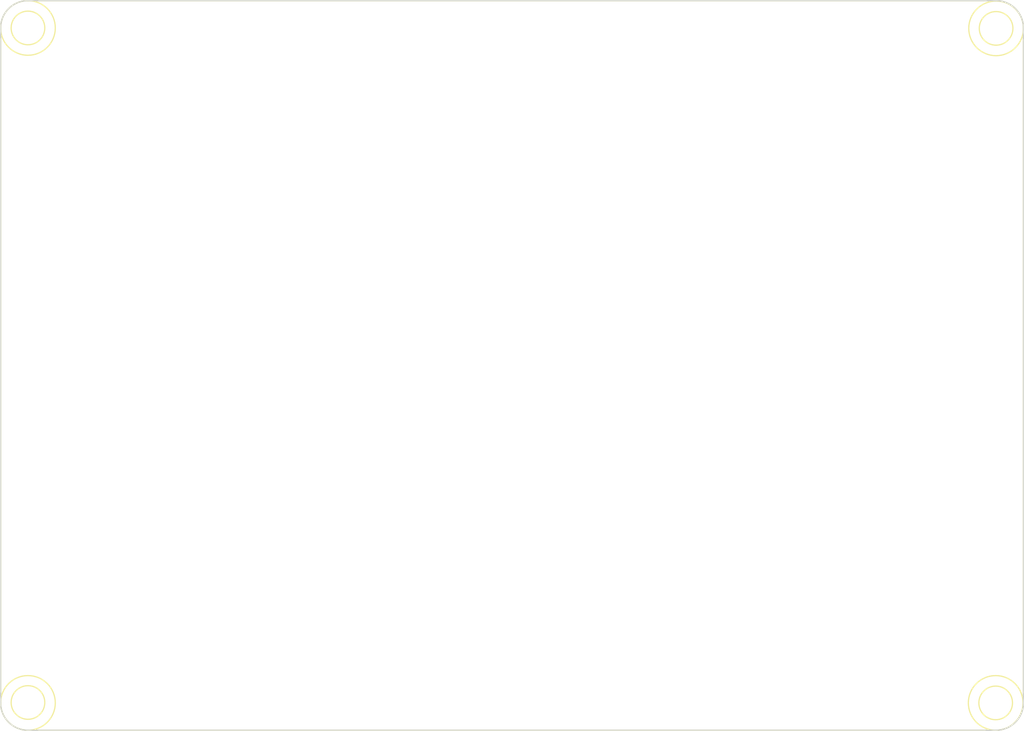
<source format=kicad_pcb>
(kicad_pcb (version 20221018) (generator pcbnew)

  (general
    (thickness 1.6)
  )

  (paper "A4")
  (title_block
    (title "ESP32_Modbus_Relay_hw")
    (company "Designer: Pham Duc Hien")
  )

  (layers
    (0 "F.Cu" signal)
    (31 "B.Cu" signal)
    (32 "B.Adhes" user "B.Adhesive")
    (33 "F.Adhes" user "F.Adhesive")
    (34 "B.Paste" user)
    (35 "F.Paste" user)
    (36 "B.SilkS" user "B.Silkscreen")
    (37 "F.SilkS" user "F.Silkscreen")
    (38 "B.Mask" user)
    (39 "F.Mask" user)
    (40 "Dwgs.User" user "User.Drawings")
    (41 "Cmts.User" user "User.Comments")
    (42 "Eco1.User" user "User.Eco1")
    (43 "Eco2.User" user "User.Eco2")
    (44 "Edge.Cuts" user)
    (45 "Margin" user)
    (46 "B.CrtYd" user "B.Courtyard")
    (47 "F.CrtYd" user "F.Courtyard")
    (48 "B.Fab" user)
    (49 "F.Fab" user)
    (50 "User.1" user)
    (51 "User.2" user)
    (52 "User.3" user)
    (53 "User.4" user)
    (54 "User.5" user)
    (55 "User.6" user)
    (56 "User.7" user)
    (57 "User.8" user)
    (58 "User.9" user)
  )

  (setup
    (pad_to_mask_clearance 0)
    (aux_axis_origin 81 128.8)
    (pcbplotparams
      (layerselection 0x00010fc_ffffffff)
      (plot_on_all_layers_selection 0x0000000_00000000)
      (disableapertmacros false)
      (usegerberextensions false)
      (usegerberattributes true)
      (usegerberadvancedattributes true)
      (creategerberjobfile true)
      (dashed_line_dash_ratio 12.000000)
      (dashed_line_gap_ratio 3.000000)
      (svgprecision 4)
      (plotframeref false)
      (viasonmask false)
      (mode 1)
      (useauxorigin false)
      (hpglpennumber 1)
      (hpglpenspeed 20)
      (hpglpendiameter 15.000000)
      (dxfpolygonmode true)
      (dxfimperialunits true)
      (dxfusepcbnewfont true)
      (psnegative false)
      (psa4output false)
      (plotreference true)
      (plotvalue true)
      (plotinvisibletext false)
      (sketchpadsonfab false)
      (subtractmaskfromsilk false)
      (outputformat 1)
      (mirror false)
      (drillshape 1)
      (scaleselection 1)
      (outputdirectory "")
    )
  )

  (net 0 "")

  (gr_circle (center 84.25 125.5) (end 86.25 125.5)
    (stroke (width 0.15) (type default)) (fill none) (layer "F.SilkS") (tstamp 273af0e1-e1a3-451e-ba38-858f214e2540))
  (gr_line (start 84.25 42) (end 199.35 42)
    (stroke (width 0.15) (type default)) (layer "F.SilkS") (tstamp 34e03f7a-26b1-48e5-b77b-0e110cf24e03))
  (gr_line (start 199.35 128.8) (end 84.25 128.8)
    (stroke (width 0.15) (type default)) (layer "F.SilkS") (tstamp 3a1695df-e77d-42a7-b267-cb94672001be))
  (gr_arc (start 81 45.25) (mid 81.951903 42.951903) (end 84.25 42)
    (stroke (width 0.15) (type default)) (layer "F.SilkS") (tstamp 3b389fff-9b78-415a-aca8-59d294b4ee89))
  (gr_circle (center 84.25 125.55) (end 87.5 125.55)
    (stroke (width 0.15) (type default)) (fill none) (layer "F.SilkS") (tstamp 3cef6655-9a8d-427d-b44d-351e3a58496b))
  (gr_line (start 202.6 45.25) (end 202.6 125.55)
    (stroke (width 0.15) (type default)) (layer "F.SilkS") (tstamp 6520cab1-7363-4c7e-80df-0cdb2772adc4))
  (gr_arc (start 199.35 42) (mid 201.648097 42.951903) (end 202.6 45.25)
    (stroke (width 0.15) (type default)) (layer "F.SilkS") (tstamp 7bc6e283-c02d-4515-b157-21d0c4efdb52))
  (gr_circle (center 199.3 125.55) (end 202.55 125.55)
    (stroke (width 0.15) (type default)) (fill none) (layer "F.SilkS") (tstamp 8d1c9bee-faab-4223-a6fa-a2b7c3e39c4f))
  (gr_line (start 81 125.55) (end 81 45.25)
    (stroke (width 0.15) (type default)) (layer "F.SilkS") (tstamp 9819d9fe-01ed-47d0-ae2f-ec87836081ad))
  (gr_arc (start 84.25 128.8) (mid 81.951903 127.848097) (end 81 125.55)
    (stroke (width 0.15) (type default)) (layer "F.SilkS") (tstamp b4496e14-c914-4299-947b-4bd414e32f2c))
  (gr_circle (center 199.35 45.3) (end 202.6 45.3)
    (stroke (width 0.15) (type default)) (fill none) (layer "F.SilkS") (tstamp c13b0b45-693e-4a2f-9477-41ffaec67944))
  (gr_circle (center 199.35 45.3) (end 201.35 45.3)
    (stroke (width 0.15) (type default)) (fill none) (layer "F.SilkS") (tstamp c5483398-8959-4d1c-bc28-162b50dc6040))
  (gr_circle (center 199.3 125.55) (end 201.3 125.55)
    (stroke (width 0.15) (type default)) (fill none) (layer "F.SilkS") (tstamp d04aa7a3-1941-471e-85be-81e660eeea0c))
  (gr_arc (start 202.6 125.55) (mid 201.648097 127.848097) (end 199.35 128.8)
    (stroke (width 0.15) (type default)) (layer "F.SilkS") (tstamp d062fadd-00ad-46d1-a59c-88f3178716b3))
  (gr_circle (center 84.25 45.25) (end 86.25 45.25)
    (stroke (width 0.15) (type default)) (fill none) (layer "F.SilkS") (tstamp deac4bde-d9e8-400d-9f33-a11fea689b1e))
  (gr_circle (center 84.25 45.25) (end 87.5 45.25)
    (stroke (width 0.15) (type default)) (fill none) (layer "F.SilkS") (tstamp ec15446b-7ca5-4bf0-9522-d2ecaac74469))
  (gr_line (start 199.35 128.8) (end 84.25 128.8)
    (stroke (width 0.15) (type default)) (layer "Edge.Cuts") (tstamp 08b38df8-8e40-43b0-ac66-42684b0d63f2))
  (gr_arc (start 81 45.25) (mid 81.951903 42.951903) (end 84.25 42)
    (stroke (width 0.15) (type default)) (layer "Edge.Cuts") (tstamp 352c7f77-03fe-46e0-8cba-feccd528e35d))
  (gr_arc (start 202.6 125.55) (mid 201.648097 127.848097) (end 199.35 128.8)
    (stroke (width 0.15) (type default)) (layer "Edge.Cuts") (tstamp 50fe3dc4-b4bb-4f5b-adfb-f416e04a242e))
  (gr_line (start 84.25 42) (end 199.35 42)
    (stroke (width 0.15) (type default)) (layer "Edge.Cuts") (tstamp 5c8ae8b9-1ec1-4b36-ad33-c541ee3477d5))
  (gr_arc (start 84.25 128.8) (mid 81.951903 127.848097) (end 81 125.55)
    (stroke (width 0.15) (type default)) (layer "Edge.Cuts") (tstamp 770a8253-0c4f-4438-9db0-40dac5a03db2))
  (gr_arc (start 199.35 42) (mid 201.648097 42.951903) (end 202.6 45.25)
    (stroke (width 0.15) (type default)) (layer "Edge.Cuts") (tstamp 9080a3f7-38be-4b55-aa36-c9b0ed3ded1b))
  (gr_line (start 81 125.55) (end 81 45.25)
    (stroke (width 0.15) (type default)) (layer "Edge.Cuts") (tstamp ebb94077-0e36-4fae-94a4-c93eb1da5987))
  (gr_line (start 202.6 45.25) (end 202.6 125.55)
    (stroke (width 0.15) (type default)) (layer "Edge.Cuts") (tstamp f9002d9a-0bce-4eec-ba9f-f0956bd2f181))

)

</source>
